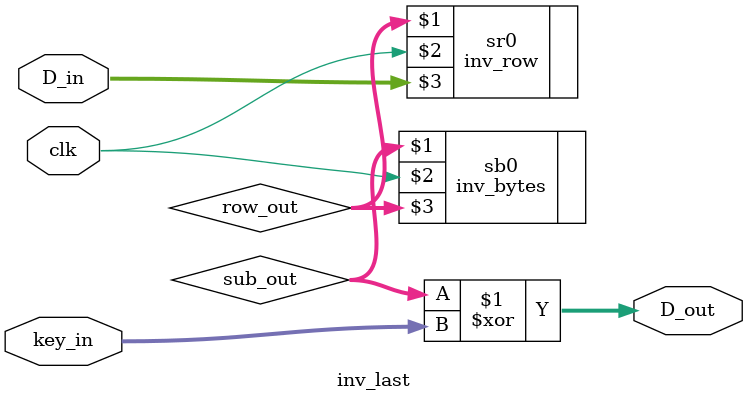
<source format=sv>
`timescale 1 ns / 1 ps

module inv_last (D_out, clk, D_in, key_in);

    output [127:0] D_out;
    input [127:0] D_in, key_in;
    input clk;

	wire [127:0] sub_out, row_out;

    inv_row sr0(row_out, clk, D_in);
	inv_bytes sb0(sub_out, clk, row_out);
	assign D_out = sub_out^key_in;

endmodule
</source>
